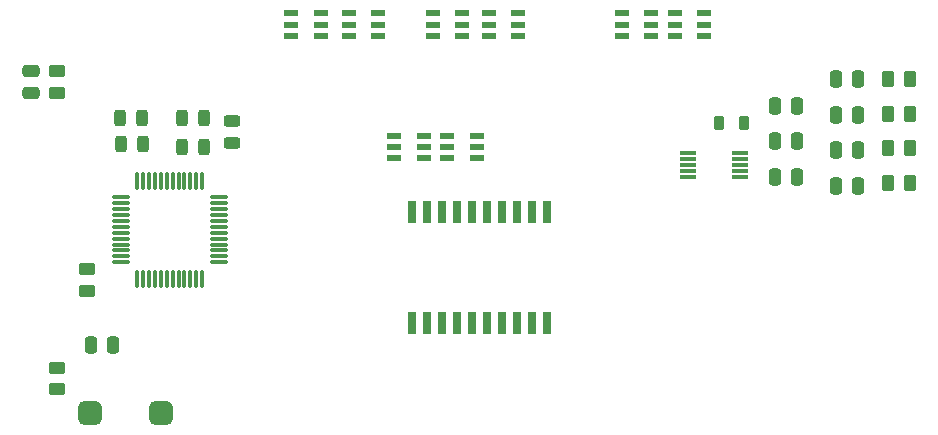
<source format=gbr>
%TF.GenerationSoftware,KiCad,Pcbnew,8.0.0*%
%TF.CreationDate,2024-03-19T18:53:15-05:00*%
%TF.ProjectId,playground,706c6179-6772-46f7-956e-642e6b696361,rev?*%
%TF.SameCoordinates,Original*%
%TF.FileFunction,Paste,Top*%
%TF.FilePolarity,Positive*%
%FSLAX46Y46*%
G04 Gerber Fmt 4.6, Leading zero omitted, Abs format (unit mm)*
G04 Created by KiCad (PCBNEW 8.0.0) date 2024-03-19 18:53:15*
%MOMM*%
%LPD*%
G01*
G04 APERTURE LIST*
G04 Aperture macros list*
%AMRoundRect*
0 Rectangle with rounded corners*
0 $1 Rounding radius*
0 $2 $3 $4 $5 $6 $7 $8 $9 X,Y pos of 4 corners*
0 Add a 4 corners polygon primitive as box body*
4,1,4,$2,$3,$4,$5,$6,$7,$8,$9,$2,$3,0*
0 Add four circle primitives for the rounded corners*
1,1,$1+$1,$2,$3*
1,1,$1+$1,$4,$5*
1,1,$1+$1,$6,$7*
1,1,$1+$1,$8,$9*
0 Add four rect primitives between the rounded corners*
20,1,$1+$1,$2,$3,$4,$5,0*
20,1,$1+$1,$4,$5,$6,$7,0*
20,1,$1+$1,$6,$7,$8,$9,0*
20,1,$1+$1,$8,$9,$2,$3,0*%
G04 Aperture macros list end*
%ADD10RoundRect,0.500000X-0.500000X-0.500000X0.500000X-0.500000X0.500000X0.500000X-0.500000X0.500000X0*%
%ADD11RoundRect,0.250000X-0.450000X0.262500X-0.450000X-0.262500X0.450000X-0.262500X0.450000X0.262500X0*%
%ADD12RoundRect,0.250000X-0.262500X-0.450000X0.262500X-0.450000X0.262500X0.450000X-0.262500X0.450000X0*%
%ADD13RoundRect,0.250000X-0.250000X-0.475000X0.250000X-0.475000X0.250000X0.475000X-0.250000X0.475000X0*%
%ADD14RoundRect,0.075000X0.075000X-0.662500X0.075000X0.662500X-0.075000X0.662500X-0.075000X-0.662500X0*%
%ADD15RoundRect,0.075000X0.662500X-0.075000X0.662500X0.075000X-0.662500X0.075000X-0.662500X-0.075000X0*%
%ADD16R,1.200000X0.600000*%
%ADD17RoundRect,0.218750X-0.218750X-0.381250X0.218750X-0.381250X0.218750X0.381250X-0.218750X0.381250X0*%
%ADD18RoundRect,0.243750X0.243750X0.456250X-0.243750X0.456250X-0.243750X-0.456250X0.243750X-0.456250X0*%
%ADD19R,0.700000X1.925000*%
%ADD20RoundRect,0.243750X-0.243750X-0.456250X0.243750X-0.456250X0.243750X0.456250X-0.243750X0.456250X0*%
%ADD21RoundRect,0.243750X0.456250X-0.243750X0.456250X0.243750X-0.456250X0.243750X-0.456250X-0.243750X0*%
%ADD22RoundRect,0.250000X-0.475000X0.250000X-0.475000X-0.250000X0.475000X-0.250000X0.475000X0.250000X0*%
%ADD23RoundRect,0.250000X0.450000X-0.262500X0.450000X0.262500X-0.450000X0.262500X-0.450000X-0.262500X0*%
%ADD24R,1.400000X0.300000*%
G04 APERTURE END LIST*
D10*
%TO.C,SW1*%
X108500000Y-95250000D03*
X114500000Y-95250000D03*
%TD*%
D11*
%TO.C,R3*%
X105750000Y-66337500D03*
X105750000Y-68162500D03*
%TD*%
D12*
%TO.C,R4*%
X176092500Y-66970000D03*
X177917500Y-66970000D03*
%TD*%
D13*
%TO.C,C8*%
X166475000Y-72260000D03*
X168375000Y-72260000D03*
%TD*%
D14*
%TO.C,U2*%
X112500000Y-83912500D03*
X113000000Y-83912500D03*
X113500000Y-83912500D03*
X114000000Y-83912500D03*
X114500000Y-83912500D03*
X115000000Y-83912500D03*
X115500000Y-83912500D03*
X116000000Y-83912500D03*
X116500000Y-83912500D03*
X117000000Y-83912500D03*
X117500000Y-83912500D03*
X118000000Y-83912500D03*
D15*
X119412500Y-82500000D03*
X119412500Y-82000000D03*
X119412500Y-81500000D03*
X119412500Y-81000000D03*
X119412500Y-80500000D03*
X119412500Y-80000000D03*
X119412500Y-79500000D03*
X119412500Y-79000000D03*
X119412500Y-78500000D03*
X119412500Y-78000000D03*
X119412500Y-77500000D03*
X119412500Y-77000000D03*
D14*
X118000000Y-75587500D03*
X117500000Y-75587500D03*
X117000000Y-75587500D03*
X116500000Y-75587500D03*
X116000000Y-75587500D03*
X115500000Y-75587500D03*
X115000000Y-75587500D03*
X114500000Y-75587500D03*
X114000000Y-75587500D03*
X113500000Y-75587500D03*
X113000000Y-75587500D03*
X112500000Y-75587500D03*
D15*
X111087500Y-77000000D03*
X111087500Y-77500000D03*
X111087500Y-78000000D03*
X111087500Y-78500000D03*
X111087500Y-79000000D03*
X111087500Y-79500000D03*
X111087500Y-80000000D03*
X111087500Y-80500000D03*
X111087500Y-81000000D03*
X111087500Y-81500000D03*
X111087500Y-82000000D03*
X111087500Y-82500000D03*
%TD*%
D16*
%TO.C,IC7*%
X138750000Y-71800000D03*
X138750000Y-72750000D03*
X138750000Y-73700000D03*
X141250000Y-73700000D03*
X141250000Y-72750000D03*
X141250000Y-71800000D03*
%TD*%
D17*
%TO.C,L1*%
X161750000Y-70750000D03*
X163875000Y-70750000D03*
%TD*%
D13*
%TO.C,C6*%
X171625000Y-76030000D03*
X173525000Y-76030000D03*
%TD*%
%TO.C,C9*%
X166475000Y-75270000D03*
X168375000Y-75270000D03*
%TD*%
D16*
%TO.C,IC8*%
X134250000Y-71800000D03*
X134250000Y-72750000D03*
X134250000Y-73700000D03*
X136750000Y-73700000D03*
X136750000Y-72750000D03*
X136750000Y-71800000D03*
%TD*%
D13*
%TO.C,C5*%
X171625000Y-73020000D03*
X173525000Y-73020000D03*
%TD*%
%TO.C,C3*%
X171625000Y-67000000D03*
X173525000Y-67000000D03*
%TD*%
D12*
%TO.C,R6*%
X176092500Y-72870000D03*
X177917500Y-72870000D03*
%TD*%
D18*
%TO.C,D2*%
X118187500Y-72750000D03*
X116312500Y-72750000D03*
%TD*%
%TO.C,D3*%
X112937500Y-70250000D03*
X111062500Y-70250000D03*
%TD*%
D19*
%TO.C,IC9*%
X147160000Y-78250000D03*
X145890000Y-78250000D03*
X144620000Y-78250000D03*
X143350000Y-78250000D03*
X142080000Y-78250000D03*
X140810000Y-78250000D03*
X139540000Y-78250000D03*
X138270000Y-78250000D03*
X137000000Y-78250000D03*
X135730000Y-78250000D03*
X135730000Y-87674000D03*
X137000000Y-87674000D03*
X138270000Y-87674000D03*
X139540000Y-87674000D03*
X140810000Y-87674000D03*
X142080000Y-87674000D03*
X143350000Y-87674000D03*
X144620000Y-87674000D03*
X145890000Y-87674000D03*
X147160000Y-87674000D03*
%TD*%
D13*
%TO.C,C7*%
X166475000Y-69250000D03*
X168375000Y-69250000D03*
%TD*%
D16*
%TO.C,IC1*%
X132900000Y-63325000D03*
X132900000Y-62375000D03*
X132900000Y-61425000D03*
X130400000Y-61425000D03*
X130400000Y-62375000D03*
X130400000Y-63325000D03*
%TD*%
D20*
%TO.C,D4*%
X116250000Y-70250000D03*
X118125000Y-70250000D03*
%TD*%
D12*
%TO.C,R7*%
X176092500Y-75820000D03*
X177917500Y-75820000D03*
%TD*%
%TO.C,R5*%
X176092500Y-69920000D03*
X177917500Y-69920000D03*
%TD*%
D13*
%TO.C,C1*%
X108550000Y-89500000D03*
X110450000Y-89500000D03*
%TD*%
D21*
%TO.C,D5*%
X120500000Y-72397500D03*
X120500000Y-70522500D03*
%TD*%
D22*
%TO.C,C2*%
X103500000Y-66300000D03*
X103500000Y-68200000D03*
%TD*%
D23*
%TO.C,R1*%
X105750000Y-93250000D03*
X105750000Y-91425000D03*
%TD*%
D24*
%TO.C,IC10*%
X159125000Y-73250000D03*
X159125000Y-73750000D03*
X159125000Y-74250000D03*
X159125000Y-74750000D03*
X159125000Y-75250000D03*
X163525000Y-75250000D03*
X163525000Y-74750000D03*
X163525000Y-74250000D03*
X163525000Y-73750000D03*
X163525000Y-73250000D03*
%TD*%
D23*
%TO.C,R2*%
X108250000Y-84912500D03*
X108250000Y-83087500D03*
%TD*%
D13*
%TO.C,C4*%
X171625000Y-70010000D03*
X173525000Y-70010000D03*
%TD*%
D16*
%TO.C,IC6*%
X140025000Y-63325000D03*
X140025000Y-62375000D03*
X140025000Y-61425000D03*
X137525000Y-61425000D03*
X137525000Y-62375000D03*
X137525000Y-63325000D03*
%TD*%
%TO.C,IC3*%
X156025000Y-63325000D03*
X156025000Y-62375000D03*
X156025000Y-61425000D03*
X153525000Y-61425000D03*
X153525000Y-62375000D03*
X153525000Y-63325000D03*
%TD*%
D20*
%TO.C,D1*%
X111125000Y-72500000D03*
X113000000Y-72500000D03*
%TD*%
D16*
%TO.C,IC5*%
X128025000Y-63325000D03*
X128025000Y-62375000D03*
X128025000Y-61425000D03*
X125525000Y-61425000D03*
X125525000Y-62375000D03*
X125525000Y-63325000D03*
%TD*%
%TO.C,IC2*%
X144750000Y-63325000D03*
X144750000Y-62375000D03*
X144750000Y-61425000D03*
X142250000Y-61425000D03*
X142250000Y-62375000D03*
X142250000Y-63325000D03*
%TD*%
%TO.C,IC4*%
X160525000Y-63325000D03*
X160525000Y-62375000D03*
X160525000Y-61425000D03*
X158025000Y-61425000D03*
X158025000Y-62375000D03*
X158025000Y-63325000D03*
%TD*%
M02*

</source>
